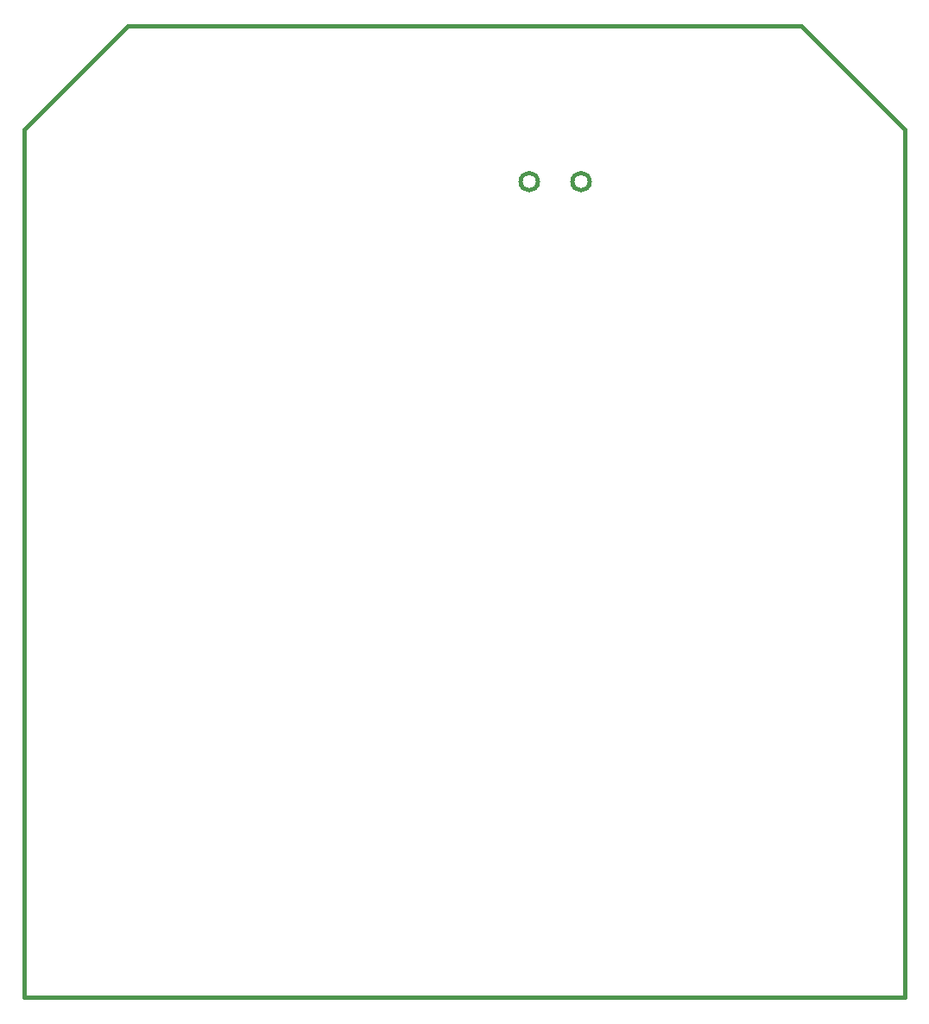
<source format=gbr>
G04 #@! TF.GenerationSoftware,KiCad,Pcbnew,5.1.6-c6e7f7d~87~ubuntu19.10.1*
G04 #@! TF.CreationDate,2022-03-20T14:59:11+06:00*
G04 #@! TF.ProjectId,good_grief_overdrive_r1a,676f6f64-5f67-4726-9965-665f6f766572,1A*
G04 #@! TF.SameCoordinates,Original*
G04 #@! TF.FileFunction,Profile,NP*
%FSLAX46Y46*%
G04 Gerber Fmt 4.6, Leading zero omitted, Abs format (unit mm)*
G04 Created by KiCad (PCBNEW 5.1.6-c6e7f7d~87~ubuntu19.10.1) date 2022-03-20 14:59:11*
%MOMM*%
%LPD*%
G01*
G04 APERTURE LIST*
G04 #@! TA.AperFunction,Profile*
%ADD10C,0.400000*%
G04 #@! TD*
G04 APERTURE END LIST*
D10*
X138430000Y-92710000D02*
X148590000Y-102870000D01*
X62230000Y-102870000D02*
X72390000Y-92710000D01*
X148590000Y-102870000D02*
X148590000Y-187960000D01*
X62230000Y-102870000D02*
X62230000Y-187960000D01*
X117690000Y-107950000D02*
G75*
G03*
X117690000Y-107950000I-850000J0D01*
G01*
X112610000Y-107950000D02*
G75*
G03*
X112610000Y-107950000I-850000J0D01*
G01*
X62230000Y-187960000D02*
X148590000Y-187960000D01*
X72390000Y-92710000D02*
X138430000Y-92710000D01*
M02*

</source>
